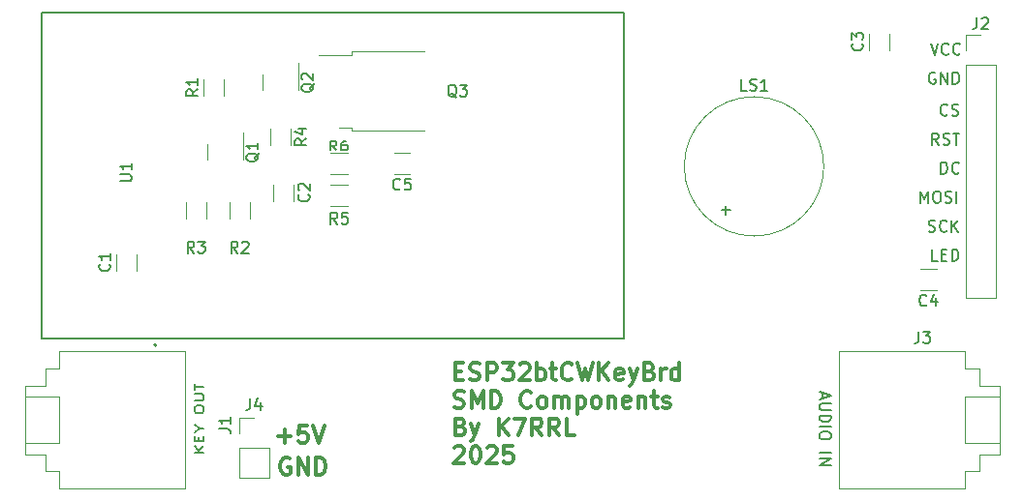
<source format=gbr>
%TF.GenerationSoftware,KiCad,Pcbnew,7.0.9*%
%TF.CreationDate,2024-12-25T11:05:57-08:00*%
%TF.ProjectId,ESP32btCWKeyBrd_Kicad Files,45535033-3262-4744-9357-4b6579427264,rev?*%
%TF.SameCoordinates,Original*%
%TF.FileFunction,Legend,Top*%
%TF.FilePolarity,Positive*%
%FSLAX46Y46*%
G04 Gerber Fmt 4.6, Leading zero omitted, Abs format (unit mm)*
G04 Created by KiCad (PCBNEW 7.0.9) date 2024-12-25 11:05:57*
%MOMM*%
%LPD*%
G01*
G04 APERTURE LIST*
%ADD10C,0.150000*%
%ADD11C,0.300000*%
%ADD12C,0.120000*%
%ADD13C,0.127000*%
%ADD14C,0.200000*%
G04 APERTURE END LIST*
D10*
X170977160Y-90500200D02*
X171120017Y-90547819D01*
X171120017Y-90547819D02*
X171358112Y-90547819D01*
X171358112Y-90547819D02*
X171453350Y-90500200D01*
X171453350Y-90500200D02*
X171500969Y-90452580D01*
X171500969Y-90452580D02*
X171548588Y-90357342D01*
X171548588Y-90357342D02*
X171548588Y-90262104D01*
X171548588Y-90262104D02*
X171500969Y-90166866D01*
X171500969Y-90166866D02*
X171453350Y-90119247D01*
X171453350Y-90119247D02*
X171358112Y-90071628D01*
X171358112Y-90071628D02*
X171167636Y-90024009D01*
X171167636Y-90024009D02*
X171072398Y-89976390D01*
X171072398Y-89976390D02*
X171024779Y-89928771D01*
X171024779Y-89928771D02*
X170977160Y-89833533D01*
X170977160Y-89833533D02*
X170977160Y-89738295D01*
X170977160Y-89738295D02*
X171024779Y-89643057D01*
X171024779Y-89643057D02*
X171072398Y-89595438D01*
X171072398Y-89595438D02*
X171167636Y-89547819D01*
X171167636Y-89547819D02*
X171405731Y-89547819D01*
X171405731Y-89547819D02*
X171548588Y-89595438D01*
X172548588Y-90452580D02*
X172500969Y-90500200D01*
X172500969Y-90500200D02*
X172358112Y-90547819D01*
X172358112Y-90547819D02*
X172262874Y-90547819D01*
X172262874Y-90547819D02*
X172120017Y-90500200D01*
X172120017Y-90500200D02*
X172024779Y-90404961D01*
X172024779Y-90404961D02*
X171977160Y-90309723D01*
X171977160Y-90309723D02*
X171929541Y-90119247D01*
X171929541Y-90119247D02*
X171929541Y-89976390D01*
X171929541Y-89976390D02*
X171977160Y-89785914D01*
X171977160Y-89785914D02*
X172024779Y-89690676D01*
X172024779Y-89690676D02*
X172120017Y-89595438D01*
X172120017Y-89595438D02*
X172262874Y-89547819D01*
X172262874Y-89547819D02*
X172358112Y-89547819D01*
X172358112Y-89547819D02*
X172500969Y-89595438D01*
X172500969Y-89595438D02*
X172548588Y-89643057D01*
X172977160Y-90547819D02*
X172977160Y-89547819D01*
X173548588Y-90547819D02*
X173120017Y-89976390D01*
X173548588Y-89547819D02*
X172977160Y-90119247D01*
X172612207Y-80292580D02*
X172564588Y-80340200D01*
X172564588Y-80340200D02*
X172421731Y-80387819D01*
X172421731Y-80387819D02*
X172326493Y-80387819D01*
X172326493Y-80387819D02*
X172183636Y-80340200D01*
X172183636Y-80340200D02*
X172088398Y-80244961D01*
X172088398Y-80244961D02*
X172040779Y-80149723D01*
X172040779Y-80149723D02*
X171993160Y-79959247D01*
X171993160Y-79959247D02*
X171993160Y-79816390D01*
X171993160Y-79816390D02*
X172040779Y-79625914D01*
X172040779Y-79625914D02*
X172088398Y-79530676D01*
X172088398Y-79530676D02*
X172183636Y-79435438D01*
X172183636Y-79435438D02*
X172326493Y-79387819D01*
X172326493Y-79387819D02*
X172421731Y-79387819D01*
X172421731Y-79387819D02*
X172564588Y-79435438D01*
X172564588Y-79435438D02*
X172612207Y-79483057D01*
X172993160Y-80340200D02*
X173136017Y-80387819D01*
X173136017Y-80387819D02*
X173374112Y-80387819D01*
X173374112Y-80387819D02*
X173469350Y-80340200D01*
X173469350Y-80340200D02*
X173516969Y-80292580D01*
X173516969Y-80292580D02*
X173564588Y-80197342D01*
X173564588Y-80197342D02*
X173564588Y-80102104D01*
X173564588Y-80102104D02*
X173516969Y-80006866D01*
X173516969Y-80006866D02*
X173469350Y-79959247D01*
X173469350Y-79959247D02*
X173374112Y-79911628D01*
X173374112Y-79911628D02*
X173183636Y-79864009D01*
X173183636Y-79864009D02*
X173088398Y-79816390D01*
X173088398Y-79816390D02*
X173040779Y-79768771D01*
X173040779Y-79768771D02*
X172993160Y-79673533D01*
X172993160Y-79673533D02*
X172993160Y-79578295D01*
X172993160Y-79578295D02*
X173040779Y-79483057D01*
X173040779Y-79483057D02*
X173088398Y-79435438D01*
X173088398Y-79435438D02*
X173183636Y-79387819D01*
X173183636Y-79387819D02*
X173421731Y-79387819D01*
X173421731Y-79387819D02*
X173564588Y-79435438D01*
D11*
X114092510Y-108449400D02*
X115235368Y-108449400D01*
X114663939Y-109020828D02*
X114663939Y-107877971D01*
X116663939Y-107520828D02*
X115949653Y-107520828D01*
X115949653Y-107520828D02*
X115878225Y-108235114D01*
X115878225Y-108235114D02*
X115949653Y-108163685D01*
X115949653Y-108163685D02*
X116092511Y-108092257D01*
X116092511Y-108092257D02*
X116449653Y-108092257D01*
X116449653Y-108092257D02*
X116592511Y-108163685D01*
X116592511Y-108163685D02*
X116663939Y-108235114D01*
X116663939Y-108235114D02*
X116735368Y-108377971D01*
X116735368Y-108377971D02*
X116735368Y-108735114D01*
X116735368Y-108735114D02*
X116663939Y-108877971D01*
X116663939Y-108877971D02*
X116592511Y-108949400D01*
X116592511Y-108949400D02*
X116449653Y-109020828D01*
X116449653Y-109020828D02*
X116092511Y-109020828D01*
X116092511Y-109020828D02*
X115949653Y-108949400D01*
X115949653Y-108949400D02*
X115878225Y-108877971D01*
X117163939Y-107520828D02*
X117663939Y-109020828D01*
X117663939Y-109020828D02*
X118163939Y-107520828D01*
D10*
X161705895Y-104683160D02*
X161705895Y-105159350D01*
X161420180Y-104587922D02*
X162420180Y-104921255D01*
X162420180Y-104921255D02*
X161420180Y-105254588D01*
X162420180Y-105587922D02*
X161610657Y-105587922D01*
X161610657Y-105587922D02*
X161515419Y-105635541D01*
X161515419Y-105635541D02*
X161467800Y-105683160D01*
X161467800Y-105683160D02*
X161420180Y-105778398D01*
X161420180Y-105778398D02*
X161420180Y-105968874D01*
X161420180Y-105968874D02*
X161467800Y-106064112D01*
X161467800Y-106064112D02*
X161515419Y-106111731D01*
X161515419Y-106111731D02*
X161610657Y-106159350D01*
X161610657Y-106159350D02*
X162420180Y-106159350D01*
X161420180Y-106635541D02*
X162420180Y-106635541D01*
X162420180Y-106635541D02*
X162420180Y-106873636D01*
X162420180Y-106873636D02*
X162372561Y-107016493D01*
X162372561Y-107016493D02*
X162277323Y-107111731D01*
X162277323Y-107111731D02*
X162182085Y-107159350D01*
X162182085Y-107159350D02*
X161991609Y-107206969D01*
X161991609Y-107206969D02*
X161848752Y-107206969D01*
X161848752Y-107206969D02*
X161658276Y-107159350D01*
X161658276Y-107159350D02*
X161563038Y-107111731D01*
X161563038Y-107111731D02*
X161467800Y-107016493D01*
X161467800Y-107016493D02*
X161420180Y-106873636D01*
X161420180Y-106873636D02*
X161420180Y-106635541D01*
X161420180Y-107635541D02*
X162420180Y-107635541D01*
X162420180Y-108302207D02*
X162420180Y-108492683D01*
X162420180Y-108492683D02*
X162372561Y-108587921D01*
X162372561Y-108587921D02*
X162277323Y-108683159D01*
X162277323Y-108683159D02*
X162086847Y-108730778D01*
X162086847Y-108730778D02*
X161753514Y-108730778D01*
X161753514Y-108730778D02*
X161563038Y-108683159D01*
X161563038Y-108683159D02*
X161467800Y-108587921D01*
X161467800Y-108587921D02*
X161420180Y-108492683D01*
X161420180Y-108492683D02*
X161420180Y-108302207D01*
X161420180Y-108302207D02*
X161467800Y-108206969D01*
X161467800Y-108206969D02*
X161563038Y-108111731D01*
X161563038Y-108111731D02*
X161753514Y-108064112D01*
X161753514Y-108064112D02*
X162086847Y-108064112D01*
X162086847Y-108064112D02*
X162277323Y-108111731D01*
X162277323Y-108111731D02*
X162372561Y-108206969D01*
X162372561Y-108206969D02*
X162420180Y-108302207D01*
X161420180Y-109921255D02*
X162420180Y-109921255D01*
X161420180Y-110397445D02*
X162420180Y-110397445D01*
X162420180Y-110397445D02*
X161420180Y-110968873D01*
X161420180Y-110968873D02*
X162420180Y-110968873D01*
D11*
X129586510Y-102768114D02*
X130086510Y-102768114D01*
X130300796Y-103553828D02*
X129586510Y-103553828D01*
X129586510Y-103553828D02*
X129586510Y-102053828D01*
X129586510Y-102053828D02*
X130300796Y-102053828D01*
X130872225Y-103482400D02*
X131086511Y-103553828D01*
X131086511Y-103553828D02*
X131443653Y-103553828D01*
X131443653Y-103553828D02*
X131586511Y-103482400D01*
X131586511Y-103482400D02*
X131657939Y-103410971D01*
X131657939Y-103410971D02*
X131729368Y-103268114D01*
X131729368Y-103268114D02*
X131729368Y-103125257D01*
X131729368Y-103125257D02*
X131657939Y-102982400D01*
X131657939Y-102982400D02*
X131586511Y-102910971D01*
X131586511Y-102910971D02*
X131443653Y-102839542D01*
X131443653Y-102839542D02*
X131157939Y-102768114D01*
X131157939Y-102768114D02*
X131015082Y-102696685D01*
X131015082Y-102696685D02*
X130943653Y-102625257D01*
X130943653Y-102625257D02*
X130872225Y-102482400D01*
X130872225Y-102482400D02*
X130872225Y-102339542D01*
X130872225Y-102339542D02*
X130943653Y-102196685D01*
X130943653Y-102196685D02*
X131015082Y-102125257D01*
X131015082Y-102125257D02*
X131157939Y-102053828D01*
X131157939Y-102053828D02*
X131515082Y-102053828D01*
X131515082Y-102053828D02*
X131729368Y-102125257D01*
X132372224Y-103553828D02*
X132372224Y-102053828D01*
X132372224Y-102053828D02*
X132943653Y-102053828D01*
X132943653Y-102053828D02*
X133086510Y-102125257D01*
X133086510Y-102125257D02*
X133157939Y-102196685D01*
X133157939Y-102196685D02*
X133229367Y-102339542D01*
X133229367Y-102339542D02*
X133229367Y-102553828D01*
X133229367Y-102553828D02*
X133157939Y-102696685D01*
X133157939Y-102696685D02*
X133086510Y-102768114D01*
X133086510Y-102768114D02*
X132943653Y-102839542D01*
X132943653Y-102839542D02*
X132372224Y-102839542D01*
X133729367Y-102053828D02*
X134657939Y-102053828D01*
X134657939Y-102053828D02*
X134157939Y-102625257D01*
X134157939Y-102625257D02*
X134372224Y-102625257D01*
X134372224Y-102625257D02*
X134515082Y-102696685D01*
X134515082Y-102696685D02*
X134586510Y-102768114D01*
X134586510Y-102768114D02*
X134657939Y-102910971D01*
X134657939Y-102910971D02*
X134657939Y-103268114D01*
X134657939Y-103268114D02*
X134586510Y-103410971D01*
X134586510Y-103410971D02*
X134515082Y-103482400D01*
X134515082Y-103482400D02*
X134372224Y-103553828D01*
X134372224Y-103553828D02*
X133943653Y-103553828D01*
X133943653Y-103553828D02*
X133800796Y-103482400D01*
X133800796Y-103482400D02*
X133729367Y-103410971D01*
X135229367Y-102196685D02*
X135300795Y-102125257D01*
X135300795Y-102125257D02*
X135443653Y-102053828D01*
X135443653Y-102053828D02*
X135800795Y-102053828D01*
X135800795Y-102053828D02*
X135943653Y-102125257D01*
X135943653Y-102125257D02*
X136015081Y-102196685D01*
X136015081Y-102196685D02*
X136086510Y-102339542D01*
X136086510Y-102339542D02*
X136086510Y-102482400D01*
X136086510Y-102482400D02*
X136015081Y-102696685D01*
X136015081Y-102696685D02*
X135157938Y-103553828D01*
X135157938Y-103553828D02*
X136086510Y-103553828D01*
X136729366Y-103553828D02*
X136729366Y-102053828D01*
X136729366Y-102625257D02*
X136872224Y-102553828D01*
X136872224Y-102553828D02*
X137157938Y-102553828D01*
X137157938Y-102553828D02*
X137300795Y-102625257D01*
X137300795Y-102625257D02*
X137372224Y-102696685D01*
X137372224Y-102696685D02*
X137443652Y-102839542D01*
X137443652Y-102839542D02*
X137443652Y-103268114D01*
X137443652Y-103268114D02*
X137372224Y-103410971D01*
X137372224Y-103410971D02*
X137300795Y-103482400D01*
X137300795Y-103482400D02*
X137157938Y-103553828D01*
X137157938Y-103553828D02*
X136872224Y-103553828D01*
X136872224Y-103553828D02*
X136729366Y-103482400D01*
X137872224Y-102553828D02*
X138443652Y-102553828D01*
X138086509Y-102053828D02*
X138086509Y-103339542D01*
X138086509Y-103339542D02*
X138157938Y-103482400D01*
X138157938Y-103482400D02*
X138300795Y-103553828D01*
X138300795Y-103553828D02*
X138443652Y-103553828D01*
X139800795Y-103410971D02*
X139729367Y-103482400D01*
X139729367Y-103482400D02*
X139515081Y-103553828D01*
X139515081Y-103553828D02*
X139372224Y-103553828D01*
X139372224Y-103553828D02*
X139157938Y-103482400D01*
X139157938Y-103482400D02*
X139015081Y-103339542D01*
X139015081Y-103339542D02*
X138943652Y-103196685D01*
X138943652Y-103196685D02*
X138872224Y-102910971D01*
X138872224Y-102910971D02*
X138872224Y-102696685D01*
X138872224Y-102696685D02*
X138943652Y-102410971D01*
X138943652Y-102410971D02*
X139015081Y-102268114D01*
X139015081Y-102268114D02*
X139157938Y-102125257D01*
X139157938Y-102125257D02*
X139372224Y-102053828D01*
X139372224Y-102053828D02*
X139515081Y-102053828D01*
X139515081Y-102053828D02*
X139729367Y-102125257D01*
X139729367Y-102125257D02*
X139800795Y-102196685D01*
X140300795Y-102053828D02*
X140657938Y-103553828D01*
X140657938Y-103553828D02*
X140943652Y-102482400D01*
X140943652Y-102482400D02*
X141229367Y-103553828D01*
X141229367Y-103553828D02*
X141586510Y-102053828D01*
X142157938Y-103553828D02*
X142157938Y-102053828D01*
X143015081Y-103553828D02*
X142372224Y-102696685D01*
X143015081Y-102053828D02*
X142157938Y-102910971D01*
X144229367Y-103482400D02*
X144086510Y-103553828D01*
X144086510Y-103553828D02*
X143800796Y-103553828D01*
X143800796Y-103553828D02*
X143657938Y-103482400D01*
X143657938Y-103482400D02*
X143586510Y-103339542D01*
X143586510Y-103339542D02*
X143586510Y-102768114D01*
X143586510Y-102768114D02*
X143657938Y-102625257D01*
X143657938Y-102625257D02*
X143800796Y-102553828D01*
X143800796Y-102553828D02*
X144086510Y-102553828D01*
X144086510Y-102553828D02*
X144229367Y-102625257D01*
X144229367Y-102625257D02*
X144300796Y-102768114D01*
X144300796Y-102768114D02*
X144300796Y-102910971D01*
X144300796Y-102910971D02*
X143586510Y-103053828D01*
X144800795Y-102553828D02*
X145157938Y-103553828D01*
X145515081Y-102553828D02*
X145157938Y-103553828D01*
X145157938Y-103553828D02*
X145015081Y-103910971D01*
X145015081Y-103910971D02*
X144943652Y-103982400D01*
X144943652Y-103982400D02*
X144800795Y-104053828D01*
X146586509Y-102768114D02*
X146800795Y-102839542D01*
X146800795Y-102839542D02*
X146872224Y-102910971D01*
X146872224Y-102910971D02*
X146943652Y-103053828D01*
X146943652Y-103053828D02*
X146943652Y-103268114D01*
X146943652Y-103268114D02*
X146872224Y-103410971D01*
X146872224Y-103410971D02*
X146800795Y-103482400D01*
X146800795Y-103482400D02*
X146657938Y-103553828D01*
X146657938Y-103553828D02*
X146086509Y-103553828D01*
X146086509Y-103553828D02*
X146086509Y-102053828D01*
X146086509Y-102053828D02*
X146586509Y-102053828D01*
X146586509Y-102053828D02*
X146729367Y-102125257D01*
X146729367Y-102125257D02*
X146800795Y-102196685D01*
X146800795Y-102196685D02*
X146872224Y-102339542D01*
X146872224Y-102339542D02*
X146872224Y-102482400D01*
X146872224Y-102482400D02*
X146800795Y-102625257D01*
X146800795Y-102625257D02*
X146729367Y-102696685D01*
X146729367Y-102696685D02*
X146586509Y-102768114D01*
X146586509Y-102768114D02*
X146086509Y-102768114D01*
X147586509Y-103553828D02*
X147586509Y-102553828D01*
X147586509Y-102839542D02*
X147657938Y-102696685D01*
X147657938Y-102696685D02*
X147729367Y-102625257D01*
X147729367Y-102625257D02*
X147872224Y-102553828D01*
X147872224Y-102553828D02*
X148015081Y-102553828D01*
X149157938Y-103553828D02*
X149157938Y-102053828D01*
X149157938Y-103482400D02*
X149015080Y-103553828D01*
X149015080Y-103553828D02*
X148729366Y-103553828D01*
X148729366Y-103553828D02*
X148586509Y-103482400D01*
X148586509Y-103482400D02*
X148515080Y-103410971D01*
X148515080Y-103410971D02*
X148443652Y-103268114D01*
X148443652Y-103268114D02*
X148443652Y-102839542D01*
X148443652Y-102839542D02*
X148515080Y-102696685D01*
X148515080Y-102696685D02*
X148586509Y-102625257D01*
X148586509Y-102625257D02*
X148729366Y-102553828D01*
X148729366Y-102553828D02*
X149015080Y-102553828D01*
X149015080Y-102553828D02*
X149157938Y-102625257D01*
X129515082Y-105897400D02*
X129729368Y-105968828D01*
X129729368Y-105968828D02*
X130086510Y-105968828D01*
X130086510Y-105968828D02*
X130229368Y-105897400D01*
X130229368Y-105897400D02*
X130300796Y-105825971D01*
X130300796Y-105825971D02*
X130372225Y-105683114D01*
X130372225Y-105683114D02*
X130372225Y-105540257D01*
X130372225Y-105540257D02*
X130300796Y-105397400D01*
X130300796Y-105397400D02*
X130229368Y-105325971D01*
X130229368Y-105325971D02*
X130086510Y-105254542D01*
X130086510Y-105254542D02*
X129800796Y-105183114D01*
X129800796Y-105183114D02*
X129657939Y-105111685D01*
X129657939Y-105111685D02*
X129586510Y-105040257D01*
X129586510Y-105040257D02*
X129515082Y-104897400D01*
X129515082Y-104897400D02*
X129515082Y-104754542D01*
X129515082Y-104754542D02*
X129586510Y-104611685D01*
X129586510Y-104611685D02*
X129657939Y-104540257D01*
X129657939Y-104540257D02*
X129800796Y-104468828D01*
X129800796Y-104468828D02*
X130157939Y-104468828D01*
X130157939Y-104468828D02*
X130372225Y-104540257D01*
X131015081Y-105968828D02*
X131015081Y-104468828D01*
X131015081Y-104468828D02*
X131515081Y-105540257D01*
X131515081Y-105540257D02*
X132015081Y-104468828D01*
X132015081Y-104468828D02*
X132015081Y-105968828D01*
X132729367Y-105968828D02*
X132729367Y-104468828D01*
X132729367Y-104468828D02*
X133086510Y-104468828D01*
X133086510Y-104468828D02*
X133300796Y-104540257D01*
X133300796Y-104540257D02*
X133443653Y-104683114D01*
X133443653Y-104683114D02*
X133515082Y-104825971D01*
X133515082Y-104825971D02*
X133586510Y-105111685D01*
X133586510Y-105111685D02*
X133586510Y-105325971D01*
X133586510Y-105325971D02*
X133515082Y-105611685D01*
X133515082Y-105611685D02*
X133443653Y-105754542D01*
X133443653Y-105754542D02*
X133300796Y-105897400D01*
X133300796Y-105897400D02*
X133086510Y-105968828D01*
X133086510Y-105968828D02*
X132729367Y-105968828D01*
X136229367Y-105825971D02*
X136157939Y-105897400D01*
X136157939Y-105897400D02*
X135943653Y-105968828D01*
X135943653Y-105968828D02*
X135800796Y-105968828D01*
X135800796Y-105968828D02*
X135586510Y-105897400D01*
X135586510Y-105897400D02*
X135443653Y-105754542D01*
X135443653Y-105754542D02*
X135372224Y-105611685D01*
X135372224Y-105611685D02*
X135300796Y-105325971D01*
X135300796Y-105325971D02*
X135300796Y-105111685D01*
X135300796Y-105111685D02*
X135372224Y-104825971D01*
X135372224Y-104825971D02*
X135443653Y-104683114D01*
X135443653Y-104683114D02*
X135586510Y-104540257D01*
X135586510Y-104540257D02*
X135800796Y-104468828D01*
X135800796Y-104468828D02*
X135943653Y-104468828D01*
X135943653Y-104468828D02*
X136157939Y-104540257D01*
X136157939Y-104540257D02*
X136229367Y-104611685D01*
X137086510Y-105968828D02*
X136943653Y-105897400D01*
X136943653Y-105897400D02*
X136872224Y-105825971D01*
X136872224Y-105825971D02*
X136800796Y-105683114D01*
X136800796Y-105683114D02*
X136800796Y-105254542D01*
X136800796Y-105254542D02*
X136872224Y-105111685D01*
X136872224Y-105111685D02*
X136943653Y-105040257D01*
X136943653Y-105040257D02*
X137086510Y-104968828D01*
X137086510Y-104968828D02*
X137300796Y-104968828D01*
X137300796Y-104968828D02*
X137443653Y-105040257D01*
X137443653Y-105040257D02*
X137515082Y-105111685D01*
X137515082Y-105111685D02*
X137586510Y-105254542D01*
X137586510Y-105254542D02*
X137586510Y-105683114D01*
X137586510Y-105683114D02*
X137515082Y-105825971D01*
X137515082Y-105825971D02*
X137443653Y-105897400D01*
X137443653Y-105897400D02*
X137300796Y-105968828D01*
X137300796Y-105968828D02*
X137086510Y-105968828D01*
X138229367Y-105968828D02*
X138229367Y-104968828D01*
X138229367Y-105111685D02*
X138300796Y-105040257D01*
X138300796Y-105040257D02*
X138443653Y-104968828D01*
X138443653Y-104968828D02*
X138657939Y-104968828D01*
X138657939Y-104968828D02*
X138800796Y-105040257D01*
X138800796Y-105040257D02*
X138872225Y-105183114D01*
X138872225Y-105183114D02*
X138872225Y-105968828D01*
X138872225Y-105183114D02*
X138943653Y-105040257D01*
X138943653Y-105040257D02*
X139086510Y-104968828D01*
X139086510Y-104968828D02*
X139300796Y-104968828D01*
X139300796Y-104968828D02*
X139443653Y-105040257D01*
X139443653Y-105040257D02*
X139515082Y-105183114D01*
X139515082Y-105183114D02*
X139515082Y-105968828D01*
X140229367Y-104968828D02*
X140229367Y-106468828D01*
X140229367Y-105040257D02*
X140372225Y-104968828D01*
X140372225Y-104968828D02*
X140657939Y-104968828D01*
X140657939Y-104968828D02*
X140800796Y-105040257D01*
X140800796Y-105040257D02*
X140872225Y-105111685D01*
X140872225Y-105111685D02*
X140943653Y-105254542D01*
X140943653Y-105254542D02*
X140943653Y-105683114D01*
X140943653Y-105683114D02*
X140872225Y-105825971D01*
X140872225Y-105825971D02*
X140800796Y-105897400D01*
X140800796Y-105897400D02*
X140657939Y-105968828D01*
X140657939Y-105968828D02*
X140372225Y-105968828D01*
X140372225Y-105968828D02*
X140229367Y-105897400D01*
X141800796Y-105968828D02*
X141657939Y-105897400D01*
X141657939Y-105897400D02*
X141586510Y-105825971D01*
X141586510Y-105825971D02*
X141515082Y-105683114D01*
X141515082Y-105683114D02*
X141515082Y-105254542D01*
X141515082Y-105254542D02*
X141586510Y-105111685D01*
X141586510Y-105111685D02*
X141657939Y-105040257D01*
X141657939Y-105040257D02*
X141800796Y-104968828D01*
X141800796Y-104968828D02*
X142015082Y-104968828D01*
X142015082Y-104968828D02*
X142157939Y-105040257D01*
X142157939Y-105040257D02*
X142229368Y-105111685D01*
X142229368Y-105111685D02*
X142300796Y-105254542D01*
X142300796Y-105254542D02*
X142300796Y-105683114D01*
X142300796Y-105683114D02*
X142229368Y-105825971D01*
X142229368Y-105825971D02*
X142157939Y-105897400D01*
X142157939Y-105897400D02*
X142015082Y-105968828D01*
X142015082Y-105968828D02*
X141800796Y-105968828D01*
X142943653Y-104968828D02*
X142943653Y-105968828D01*
X142943653Y-105111685D02*
X143015082Y-105040257D01*
X143015082Y-105040257D02*
X143157939Y-104968828D01*
X143157939Y-104968828D02*
X143372225Y-104968828D01*
X143372225Y-104968828D02*
X143515082Y-105040257D01*
X143515082Y-105040257D02*
X143586511Y-105183114D01*
X143586511Y-105183114D02*
X143586511Y-105968828D01*
X144872225Y-105897400D02*
X144729368Y-105968828D01*
X144729368Y-105968828D02*
X144443654Y-105968828D01*
X144443654Y-105968828D02*
X144300796Y-105897400D01*
X144300796Y-105897400D02*
X144229368Y-105754542D01*
X144229368Y-105754542D02*
X144229368Y-105183114D01*
X144229368Y-105183114D02*
X144300796Y-105040257D01*
X144300796Y-105040257D02*
X144443654Y-104968828D01*
X144443654Y-104968828D02*
X144729368Y-104968828D01*
X144729368Y-104968828D02*
X144872225Y-105040257D01*
X144872225Y-105040257D02*
X144943654Y-105183114D01*
X144943654Y-105183114D02*
X144943654Y-105325971D01*
X144943654Y-105325971D02*
X144229368Y-105468828D01*
X145586510Y-104968828D02*
X145586510Y-105968828D01*
X145586510Y-105111685D02*
X145657939Y-105040257D01*
X145657939Y-105040257D02*
X145800796Y-104968828D01*
X145800796Y-104968828D02*
X146015082Y-104968828D01*
X146015082Y-104968828D02*
X146157939Y-105040257D01*
X146157939Y-105040257D02*
X146229368Y-105183114D01*
X146229368Y-105183114D02*
X146229368Y-105968828D01*
X146729368Y-104968828D02*
X147300796Y-104968828D01*
X146943653Y-104468828D02*
X146943653Y-105754542D01*
X146943653Y-105754542D02*
X147015082Y-105897400D01*
X147015082Y-105897400D02*
X147157939Y-105968828D01*
X147157939Y-105968828D02*
X147300796Y-105968828D01*
X147729368Y-105897400D02*
X147872225Y-105968828D01*
X147872225Y-105968828D02*
X148157939Y-105968828D01*
X148157939Y-105968828D02*
X148300796Y-105897400D01*
X148300796Y-105897400D02*
X148372225Y-105754542D01*
X148372225Y-105754542D02*
X148372225Y-105683114D01*
X148372225Y-105683114D02*
X148300796Y-105540257D01*
X148300796Y-105540257D02*
X148157939Y-105468828D01*
X148157939Y-105468828D02*
X147943654Y-105468828D01*
X147943654Y-105468828D02*
X147800796Y-105397400D01*
X147800796Y-105397400D02*
X147729368Y-105254542D01*
X147729368Y-105254542D02*
X147729368Y-105183114D01*
X147729368Y-105183114D02*
X147800796Y-105040257D01*
X147800796Y-105040257D02*
X147943654Y-104968828D01*
X147943654Y-104968828D02*
X148157939Y-104968828D01*
X148157939Y-104968828D02*
X148300796Y-105040257D01*
X130086510Y-107598114D02*
X130300796Y-107669542D01*
X130300796Y-107669542D02*
X130372225Y-107740971D01*
X130372225Y-107740971D02*
X130443653Y-107883828D01*
X130443653Y-107883828D02*
X130443653Y-108098114D01*
X130443653Y-108098114D02*
X130372225Y-108240971D01*
X130372225Y-108240971D02*
X130300796Y-108312400D01*
X130300796Y-108312400D02*
X130157939Y-108383828D01*
X130157939Y-108383828D02*
X129586510Y-108383828D01*
X129586510Y-108383828D02*
X129586510Y-106883828D01*
X129586510Y-106883828D02*
X130086510Y-106883828D01*
X130086510Y-106883828D02*
X130229368Y-106955257D01*
X130229368Y-106955257D02*
X130300796Y-107026685D01*
X130300796Y-107026685D02*
X130372225Y-107169542D01*
X130372225Y-107169542D02*
X130372225Y-107312400D01*
X130372225Y-107312400D02*
X130300796Y-107455257D01*
X130300796Y-107455257D02*
X130229368Y-107526685D01*
X130229368Y-107526685D02*
X130086510Y-107598114D01*
X130086510Y-107598114D02*
X129586510Y-107598114D01*
X130943653Y-107383828D02*
X131300796Y-108383828D01*
X131657939Y-107383828D02*
X131300796Y-108383828D01*
X131300796Y-108383828D02*
X131157939Y-108740971D01*
X131157939Y-108740971D02*
X131086510Y-108812400D01*
X131086510Y-108812400D02*
X130943653Y-108883828D01*
X133372224Y-108383828D02*
X133372224Y-106883828D01*
X134229367Y-108383828D02*
X133586510Y-107526685D01*
X134229367Y-106883828D02*
X133372224Y-107740971D01*
X134729367Y-106883828D02*
X135729367Y-106883828D01*
X135729367Y-106883828D02*
X135086510Y-108383828D01*
X137157938Y-108383828D02*
X136657938Y-107669542D01*
X136300795Y-108383828D02*
X136300795Y-106883828D01*
X136300795Y-106883828D02*
X136872224Y-106883828D01*
X136872224Y-106883828D02*
X137015081Y-106955257D01*
X137015081Y-106955257D02*
X137086510Y-107026685D01*
X137086510Y-107026685D02*
X137157938Y-107169542D01*
X137157938Y-107169542D02*
X137157938Y-107383828D01*
X137157938Y-107383828D02*
X137086510Y-107526685D01*
X137086510Y-107526685D02*
X137015081Y-107598114D01*
X137015081Y-107598114D02*
X136872224Y-107669542D01*
X136872224Y-107669542D02*
X136300795Y-107669542D01*
X138657938Y-108383828D02*
X138157938Y-107669542D01*
X137800795Y-108383828D02*
X137800795Y-106883828D01*
X137800795Y-106883828D02*
X138372224Y-106883828D01*
X138372224Y-106883828D02*
X138515081Y-106955257D01*
X138515081Y-106955257D02*
X138586510Y-107026685D01*
X138586510Y-107026685D02*
X138657938Y-107169542D01*
X138657938Y-107169542D02*
X138657938Y-107383828D01*
X138657938Y-107383828D02*
X138586510Y-107526685D01*
X138586510Y-107526685D02*
X138515081Y-107598114D01*
X138515081Y-107598114D02*
X138372224Y-107669542D01*
X138372224Y-107669542D02*
X137800795Y-107669542D01*
X140015081Y-108383828D02*
X139300795Y-108383828D01*
X139300795Y-108383828D02*
X139300795Y-106883828D01*
X129515082Y-109441685D02*
X129586510Y-109370257D01*
X129586510Y-109370257D02*
X129729368Y-109298828D01*
X129729368Y-109298828D02*
X130086510Y-109298828D01*
X130086510Y-109298828D02*
X130229368Y-109370257D01*
X130229368Y-109370257D02*
X130300796Y-109441685D01*
X130300796Y-109441685D02*
X130372225Y-109584542D01*
X130372225Y-109584542D02*
X130372225Y-109727400D01*
X130372225Y-109727400D02*
X130300796Y-109941685D01*
X130300796Y-109941685D02*
X129443653Y-110798828D01*
X129443653Y-110798828D02*
X130372225Y-110798828D01*
X131300796Y-109298828D02*
X131443653Y-109298828D01*
X131443653Y-109298828D02*
X131586510Y-109370257D01*
X131586510Y-109370257D02*
X131657939Y-109441685D01*
X131657939Y-109441685D02*
X131729367Y-109584542D01*
X131729367Y-109584542D02*
X131800796Y-109870257D01*
X131800796Y-109870257D02*
X131800796Y-110227400D01*
X131800796Y-110227400D02*
X131729367Y-110513114D01*
X131729367Y-110513114D02*
X131657939Y-110655971D01*
X131657939Y-110655971D02*
X131586510Y-110727400D01*
X131586510Y-110727400D02*
X131443653Y-110798828D01*
X131443653Y-110798828D02*
X131300796Y-110798828D01*
X131300796Y-110798828D02*
X131157939Y-110727400D01*
X131157939Y-110727400D02*
X131086510Y-110655971D01*
X131086510Y-110655971D02*
X131015081Y-110513114D01*
X131015081Y-110513114D02*
X130943653Y-110227400D01*
X130943653Y-110227400D02*
X130943653Y-109870257D01*
X130943653Y-109870257D02*
X131015081Y-109584542D01*
X131015081Y-109584542D02*
X131086510Y-109441685D01*
X131086510Y-109441685D02*
X131157939Y-109370257D01*
X131157939Y-109370257D02*
X131300796Y-109298828D01*
X132372224Y-109441685D02*
X132443652Y-109370257D01*
X132443652Y-109370257D02*
X132586510Y-109298828D01*
X132586510Y-109298828D02*
X132943652Y-109298828D01*
X132943652Y-109298828D02*
X133086510Y-109370257D01*
X133086510Y-109370257D02*
X133157938Y-109441685D01*
X133157938Y-109441685D02*
X133229367Y-109584542D01*
X133229367Y-109584542D02*
X133229367Y-109727400D01*
X133229367Y-109727400D02*
X133157938Y-109941685D01*
X133157938Y-109941685D02*
X132300795Y-110798828D01*
X132300795Y-110798828D02*
X133229367Y-110798828D01*
X134586509Y-109298828D02*
X133872223Y-109298828D01*
X133872223Y-109298828D02*
X133800795Y-110013114D01*
X133800795Y-110013114D02*
X133872223Y-109941685D01*
X133872223Y-109941685D02*
X134015081Y-109870257D01*
X134015081Y-109870257D02*
X134372223Y-109870257D01*
X134372223Y-109870257D02*
X134515081Y-109941685D01*
X134515081Y-109941685D02*
X134586509Y-110013114D01*
X134586509Y-110013114D02*
X134657938Y-110155971D01*
X134657938Y-110155971D02*
X134657938Y-110513114D01*
X134657938Y-110513114D02*
X134586509Y-110655971D01*
X134586509Y-110655971D02*
X134515081Y-110727400D01*
X134515081Y-110727400D02*
X134372223Y-110798828D01*
X134372223Y-110798828D02*
X134015081Y-110798828D01*
X134015081Y-110798828D02*
X133872223Y-110727400D01*
X133872223Y-110727400D02*
X133800795Y-110655971D01*
D10*
X171754969Y-93087819D02*
X171278779Y-93087819D01*
X171278779Y-93087819D02*
X171278779Y-92087819D01*
X172088303Y-92564009D02*
X172421636Y-92564009D01*
X172564493Y-93087819D02*
X172088303Y-93087819D01*
X172088303Y-93087819D02*
X172088303Y-92087819D01*
X172088303Y-92087819D02*
X172564493Y-92087819D01*
X172993065Y-93087819D02*
X172993065Y-92087819D01*
X172993065Y-92087819D02*
X173231160Y-92087819D01*
X173231160Y-92087819D02*
X173374017Y-92135438D01*
X173374017Y-92135438D02*
X173469255Y-92230676D01*
X173469255Y-92230676D02*
X173516874Y-92325914D01*
X173516874Y-92325914D02*
X173564493Y-92516390D01*
X173564493Y-92516390D02*
X173564493Y-92659247D01*
X173564493Y-92659247D02*
X173516874Y-92849723D01*
X173516874Y-92849723D02*
X173469255Y-92944961D01*
X173469255Y-92944961D02*
X173374017Y-93040200D01*
X173374017Y-93040200D02*
X173231160Y-93087819D01*
X173231160Y-93087819D02*
X172993065Y-93087819D01*
X172040779Y-85467819D02*
X172040779Y-84467819D01*
X172040779Y-84467819D02*
X172278874Y-84467819D01*
X172278874Y-84467819D02*
X172421731Y-84515438D01*
X172421731Y-84515438D02*
X172516969Y-84610676D01*
X172516969Y-84610676D02*
X172564588Y-84705914D01*
X172564588Y-84705914D02*
X172612207Y-84896390D01*
X172612207Y-84896390D02*
X172612207Y-85039247D01*
X172612207Y-85039247D02*
X172564588Y-85229723D01*
X172564588Y-85229723D02*
X172516969Y-85324961D01*
X172516969Y-85324961D02*
X172421731Y-85420200D01*
X172421731Y-85420200D02*
X172278874Y-85467819D01*
X172278874Y-85467819D02*
X172040779Y-85467819D01*
X173612207Y-85372580D02*
X173564588Y-85420200D01*
X173564588Y-85420200D02*
X173421731Y-85467819D01*
X173421731Y-85467819D02*
X173326493Y-85467819D01*
X173326493Y-85467819D02*
X173183636Y-85420200D01*
X173183636Y-85420200D02*
X173088398Y-85324961D01*
X173088398Y-85324961D02*
X173040779Y-85229723D01*
X173040779Y-85229723D02*
X172993160Y-85039247D01*
X172993160Y-85039247D02*
X172993160Y-84896390D01*
X172993160Y-84896390D02*
X173040779Y-84705914D01*
X173040779Y-84705914D02*
X173088398Y-84610676D01*
X173088398Y-84610676D02*
X173183636Y-84515438D01*
X173183636Y-84515438D02*
X173326493Y-84467819D01*
X173326493Y-84467819D02*
X173421731Y-84467819D01*
X173421731Y-84467819D02*
X173564588Y-84515438D01*
X173564588Y-84515438D02*
X173612207Y-84563057D01*
X170262779Y-88007819D02*
X170262779Y-87007819D01*
X170262779Y-87007819D02*
X170596112Y-87722104D01*
X170596112Y-87722104D02*
X170929445Y-87007819D01*
X170929445Y-87007819D02*
X170929445Y-88007819D01*
X171596112Y-87007819D02*
X171786588Y-87007819D01*
X171786588Y-87007819D02*
X171881826Y-87055438D01*
X171881826Y-87055438D02*
X171977064Y-87150676D01*
X171977064Y-87150676D02*
X172024683Y-87341152D01*
X172024683Y-87341152D02*
X172024683Y-87674485D01*
X172024683Y-87674485D02*
X171977064Y-87864961D01*
X171977064Y-87864961D02*
X171881826Y-87960200D01*
X171881826Y-87960200D02*
X171786588Y-88007819D01*
X171786588Y-88007819D02*
X171596112Y-88007819D01*
X171596112Y-88007819D02*
X171500874Y-87960200D01*
X171500874Y-87960200D02*
X171405636Y-87864961D01*
X171405636Y-87864961D02*
X171358017Y-87674485D01*
X171358017Y-87674485D02*
X171358017Y-87341152D01*
X171358017Y-87341152D02*
X171405636Y-87150676D01*
X171405636Y-87150676D02*
X171500874Y-87055438D01*
X171500874Y-87055438D02*
X171596112Y-87007819D01*
X172405636Y-87960200D02*
X172548493Y-88007819D01*
X172548493Y-88007819D02*
X172786588Y-88007819D01*
X172786588Y-88007819D02*
X172881826Y-87960200D01*
X172881826Y-87960200D02*
X172929445Y-87912580D01*
X172929445Y-87912580D02*
X172977064Y-87817342D01*
X172977064Y-87817342D02*
X172977064Y-87722104D01*
X172977064Y-87722104D02*
X172929445Y-87626866D01*
X172929445Y-87626866D02*
X172881826Y-87579247D01*
X172881826Y-87579247D02*
X172786588Y-87531628D01*
X172786588Y-87531628D02*
X172596112Y-87484009D01*
X172596112Y-87484009D02*
X172500874Y-87436390D01*
X172500874Y-87436390D02*
X172453255Y-87388771D01*
X172453255Y-87388771D02*
X172405636Y-87293533D01*
X172405636Y-87293533D02*
X172405636Y-87198295D01*
X172405636Y-87198295D02*
X172453255Y-87103057D01*
X172453255Y-87103057D02*
X172500874Y-87055438D01*
X172500874Y-87055438D02*
X172596112Y-87007819D01*
X172596112Y-87007819D02*
X172834207Y-87007819D01*
X172834207Y-87007819D02*
X172977064Y-87055438D01*
X173405636Y-88007819D02*
X173405636Y-87007819D01*
D11*
X115132225Y-110386257D02*
X114989368Y-110314828D01*
X114989368Y-110314828D02*
X114775082Y-110314828D01*
X114775082Y-110314828D02*
X114560796Y-110386257D01*
X114560796Y-110386257D02*
X114417939Y-110529114D01*
X114417939Y-110529114D02*
X114346510Y-110671971D01*
X114346510Y-110671971D02*
X114275082Y-110957685D01*
X114275082Y-110957685D02*
X114275082Y-111171971D01*
X114275082Y-111171971D02*
X114346510Y-111457685D01*
X114346510Y-111457685D02*
X114417939Y-111600542D01*
X114417939Y-111600542D02*
X114560796Y-111743400D01*
X114560796Y-111743400D02*
X114775082Y-111814828D01*
X114775082Y-111814828D02*
X114917939Y-111814828D01*
X114917939Y-111814828D02*
X115132225Y-111743400D01*
X115132225Y-111743400D02*
X115203653Y-111671971D01*
X115203653Y-111671971D02*
X115203653Y-111171971D01*
X115203653Y-111171971D02*
X114917939Y-111171971D01*
X115846510Y-111814828D02*
X115846510Y-110314828D01*
X115846510Y-110314828D02*
X116703653Y-111814828D01*
X116703653Y-111814828D02*
X116703653Y-110314828D01*
X117417939Y-111814828D02*
X117417939Y-110314828D01*
X117417939Y-110314828D02*
X117775082Y-110314828D01*
X117775082Y-110314828D02*
X117989368Y-110386257D01*
X117989368Y-110386257D02*
X118132225Y-110529114D01*
X118132225Y-110529114D02*
X118203654Y-110671971D01*
X118203654Y-110671971D02*
X118275082Y-110957685D01*
X118275082Y-110957685D02*
X118275082Y-111171971D01*
X118275082Y-111171971D02*
X118203654Y-111457685D01*
X118203654Y-111457685D02*
X118132225Y-111600542D01*
X118132225Y-111600542D02*
X117989368Y-111743400D01*
X117989368Y-111743400D02*
X117775082Y-111814828D01*
X117775082Y-111814828D02*
X117417939Y-111814828D01*
D10*
X107590295Y-109899220D02*
X106790295Y-109899220D01*
X107590295Y-109327792D02*
X107133152Y-109756363D01*
X106790295Y-109327792D02*
X107247438Y-109899220D01*
X107171247Y-108899220D02*
X107171247Y-108565887D01*
X107590295Y-108423030D02*
X107590295Y-108899220D01*
X107590295Y-108899220D02*
X106790295Y-108899220D01*
X106790295Y-108899220D02*
X106790295Y-108423030D01*
X107209342Y-107803982D02*
X107590295Y-107803982D01*
X106790295Y-108137315D02*
X107209342Y-107803982D01*
X107209342Y-107803982D02*
X106790295Y-107470649D01*
X106790295Y-106184934D02*
X106790295Y-105994458D01*
X106790295Y-105994458D02*
X106828390Y-105899220D01*
X106828390Y-105899220D02*
X106904580Y-105803982D01*
X106904580Y-105803982D02*
X107056961Y-105756363D01*
X107056961Y-105756363D02*
X107323628Y-105756363D01*
X107323628Y-105756363D02*
X107476009Y-105803982D01*
X107476009Y-105803982D02*
X107552200Y-105899220D01*
X107552200Y-105899220D02*
X107590295Y-105994458D01*
X107590295Y-105994458D02*
X107590295Y-106184934D01*
X107590295Y-106184934D02*
X107552200Y-106280172D01*
X107552200Y-106280172D02*
X107476009Y-106375410D01*
X107476009Y-106375410D02*
X107323628Y-106423029D01*
X107323628Y-106423029D02*
X107056961Y-106423029D01*
X107056961Y-106423029D02*
X106904580Y-106375410D01*
X106904580Y-106375410D02*
X106828390Y-106280172D01*
X106828390Y-106280172D02*
X106790295Y-106184934D01*
X106790295Y-105327791D02*
X107437914Y-105327791D01*
X107437914Y-105327791D02*
X107514104Y-105280172D01*
X107514104Y-105280172D02*
X107552200Y-105232553D01*
X107552200Y-105232553D02*
X107590295Y-105137315D01*
X107590295Y-105137315D02*
X107590295Y-104946839D01*
X107590295Y-104946839D02*
X107552200Y-104851601D01*
X107552200Y-104851601D02*
X107514104Y-104803982D01*
X107514104Y-104803982D02*
X107437914Y-104756363D01*
X107437914Y-104756363D02*
X106790295Y-104756363D01*
X106790295Y-104423029D02*
X106790295Y-103851601D01*
X107590295Y-104137315D02*
X106790295Y-104137315D01*
X171850207Y-82927819D02*
X171516874Y-82451628D01*
X171278779Y-82927819D02*
X171278779Y-81927819D01*
X171278779Y-81927819D02*
X171659731Y-81927819D01*
X171659731Y-81927819D02*
X171754969Y-81975438D01*
X171754969Y-81975438D02*
X171802588Y-82023057D01*
X171802588Y-82023057D02*
X171850207Y-82118295D01*
X171850207Y-82118295D02*
X171850207Y-82261152D01*
X171850207Y-82261152D02*
X171802588Y-82356390D01*
X171802588Y-82356390D02*
X171754969Y-82404009D01*
X171754969Y-82404009D02*
X171659731Y-82451628D01*
X171659731Y-82451628D02*
X171278779Y-82451628D01*
X172231160Y-82880200D02*
X172374017Y-82927819D01*
X172374017Y-82927819D02*
X172612112Y-82927819D01*
X172612112Y-82927819D02*
X172707350Y-82880200D01*
X172707350Y-82880200D02*
X172754969Y-82832580D01*
X172754969Y-82832580D02*
X172802588Y-82737342D01*
X172802588Y-82737342D02*
X172802588Y-82642104D01*
X172802588Y-82642104D02*
X172754969Y-82546866D01*
X172754969Y-82546866D02*
X172707350Y-82499247D01*
X172707350Y-82499247D02*
X172612112Y-82451628D01*
X172612112Y-82451628D02*
X172421636Y-82404009D01*
X172421636Y-82404009D02*
X172326398Y-82356390D01*
X172326398Y-82356390D02*
X172278779Y-82308771D01*
X172278779Y-82308771D02*
X172231160Y-82213533D01*
X172231160Y-82213533D02*
X172231160Y-82118295D01*
X172231160Y-82118295D02*
X172278779Y-82023057D01*
X172278779Y-82023057D02*
X172326398Y-81975438D01*
X172326398Y-81975438D02*
X172421636Y-81927819D01*
X172421636Y-81927819D02*
X172659731Y-81927819D01*
X172659731Y-81927819D02*
X172802588Y-81975438D01*
X173088303Y-81927819D02*
X173659731Y-81927819D01*
X173374017Y-82927819D02*
X173374017Y-81927819D01*
X171135922Y-74053819D02*
X171469255Y-75053819D01*
X171469255Y-75053819D02*
X171802588Y-74053819D01*
X172707350Y-74958580D02*
X172659731Y-75006200D01*
X172659731Y-75006200D02*
X172516874Y-75053819D01*
X172516874Y-75053819D02*
X172421636Y-75053819D01*
X172421636Y-75053819D02*
X172278779Y-75006200D01*
X172278779Y-75006200D02*
X172183541Y-74910961D01*
X172183541Y-74910961D02*
X172135922Y-74815723D01*
X172135922Y-74815723D02*
X172088303Y-74625247D01*
X172088303Y-74625247D02*
X172088303Y-74482390D01*
X172088303Y-74482390D02*
X172135922Y-74291914D01*
X172135922Y-74291914D02*
X172183541Y-74196676D01*
X172183541Y-74196676D02*
X172278779Y-74101438D01*
X172278779Y-74101438D02*
X172421636Y-74053819D01*
X172421636Y-74053819D02*
X172516874Y-74053819D01*
X172516874Y-74053819D02*
X172659731Y-74101438D01*
X172659731Y-74101438D02*
X172707350Y-74149057D01*
X173707350Y-74958580D02*
X173659731Y-75006200D01*
X173659731Y-75006200D02*
X173516874Y-75053819D01*
X173516874Y-75053819D02*
X173421636Y-75053819D01*
X173421636Y-75053819D02*
X173278779Y-75006200D01*
X173278779Y-75006200D02*
X173183541Y-74910961D01*
X173183541Y-74910961D02*
X173135922Y-74815723D01*
X173135922Y-74815723D02*
X173088303Y-74625247D01*
X173088303Y-74625247D02*
X173088303Y-74482390D01*
X173088303Y-74482390D02*
X173135922Y-74291914D01*
X173135922Y-74291914D02*
X173183541Y-74196676D01*
X173183541Y-74196676D02*
X173278779Y-74101438D01*
X173278779Y-74101438D02*
X173421636Y-74053819D01*
X173421636Y-74053819D02*
X173516874Y-74053819D01*
X173516874Y-74053819D02*
X173659731Y-74101438D01*
X173659731Y-74101438D02*
X173707350Y-74149057D01*
X171548588Y-76641438D02*
X171453350Y-76593819D01*
X171453350Y-76593819D02*
X171310493Y-76593819D01*
X171310493Y-76593819D02*
X171167636Y-76641438D01*
X171167636Y-76641438D02*
X171072398Y-76736676D01*
X171072398Y-76736676D02*
X171024779Y-76831914D01*
X171024779Y-76831914D02*
X170977160Y-77022390D01*
X170977160Y-77022390D02*
X170977160Y-77165247D01*
X170977160Y-77165247D02*
X171024779Y-77355723D01*
X171024779Y-77355723D02*
X171072398Y-77450961D01*
X171072398Y-77450961D02*
X171167636Y-77546200D01*
X171167636Y-77546200D02*
X171310493Y-77593819D01*
X171310493Y-77593819D02*
X171405731Y-77593819D01*
X171405731Y-77593819D02*
X171548588Y-77546200D01*
X171548588Y-77546200D02*
X171596207Y-77498580D01*
X171596207Y-77498580D02*
X171596207Y-77165247D01*
X171596207Y-77165247D02*
X171405731Y-77165247D01*
X172024779Y-77593819D02*
X172024779Y-76593819D01*
X172024779Y-76593819D02*
X172596207Y-77593819D01*
X172596207Y-77593819D02*
X172596207Y-76593819D01*
X173072398Y-77593819D02*
X173072398Y-76593819D01*
X173072398Y-76593819D02*
X173310493Y-76593819D01*
X173310493Y-76593819D02*
X173453350Y-76641438D01*
X173453350Y-76641438D02*
X173548588Y-76736676D01*
X173548588Y-76736676D02*
X173596207Y-76831914D01*
X173596207Y-76831914D02*
X173643826Y-77022390D01*
X173643826Y-77022390D02*
X173643826Y-77165247D01*
X173643826Y-77165247D02*
X173596207Y-77355723D01*
X173596207Y-77355723D02*
X173548588Y-77450961D01*
X173548588Y-77450961D02*
X173453350Y-77546200D01*
X173453350Y-77546200D02*
X173310493Y-77593819D01*
X173310493Y-77593819D02*
X173072398Y-77593819D01*
X117250057Y-77565238D02*
X117202438Y-77660476D01*
X117202438Y-77660476D02*
X117107200Y-77755714D01*
X117107200Y-77755714D02*
X116964342Y-77898571D01*
X116964342Y-77898571D02*
X116916723Y-77993809D01*
X116916723Y-77993809D02*
X116916723Y-78089047D01*
X117154819Y-78041428D02*
X117107200Y-78136666D01*
X117107200Y-78136666D02*
X117011961Y-78231904D01*
X117011961Y-78231904D02*
X116821485Y-78279523D01*
X116821485Y-78279523D02*
X116488152Y-78279523D01*
X116488152Y-78279523D02*
X116297676Y-78231904D01*
X116297676Y-78231904D02*
X116202438Y-78136666D01*
X116202438Y-78136666D02*
X116154819Y-78041428D01*
X116154819Y-78041428D02*
X116154819Y-77850952D01*
X116154819Y-77850952D02*
X116202438Y-77755714D01*
X116202438Y-77755714D02*
X116297676Y-77660476D01*
X116297676Y-77660476D02*
X116488152Y-77612857D01*
X116488152Y-77612857D02*
X116821485Y-77612857D01*
X116821485Y-77612857D02*
X117011961Y-77660476D01*
X117011961Y-77660476D02*
X117107200Y-77755714D01*
X117107200Y-77755714D02*
X117154819Y-77850952D01*
X117154819Y-77850952D02*
X117154819Y-78041428D01*
X116250057Y-77231904D02*
X116202438Y-77184285D01*
X116202438Y-77184285D02*
X116154819Y-77089047D01*
X116154819Y-77089047D02*
X116154819Y-76850952D01*
X116154819Y-76850952D02*
X116202438Y-76755714D01*
X116202438Y-76755714D02*
X116250057Y-76708095D01*
X116250057Y-76708095D02*
X116345295Y-76660476D01*
X116345295Y-76660476D02*
X116440533Y-76660476D01*
X116440533Y-76660476D02*
X116583390Y-76708095D01*
X116583390Y-76708095D02*
X117154819Y-77279523D01*
X117154819Y-77279523D02*
X117154819Y-76660476D01*
X165133580Y-74080666D02*
X165181200Y-74128285D01*
X165181200Y-74128285D02*
X165228819Y-74271142D01*
X165228819Y-74271142D02*
X165228819Y-74366380D01*
X165228819Y-74366380D02*
X165181200Y-74509237D01*
X165181200Y-74509237D02*
X165085961Y-74604475D01*
X165085961Y-74604475D02*
X164990723Y-74652094D01*
X164990723Y-74652094D02*
X164800247Y-74699713D01*
X164800247Y-74699713D02*
X164657390Y-74699713D01*
X164657390Y-74699713D02*
X164466914Y-74652094D01*
X164466914Y-74652094D02*
X164371676Y-74604475D01*
X164371676Y-74604475D02*
X164276438Y-74509237D01*
X164276438Y-74509237D02*
X164228819Y-74366380D01*
X164228819Y-74366380D02*
X164228819Y-74271142D01*
X164228819Y-74271142D02*
X164276438Y-74128285D01*
X164276438Y-74128285D02*
X164324057Y-74080666D01*
X164228819Y-73747332D02*
X164228819Y-73128285D01*
X164228819Y-73128285D02*
X164609771Y-73461618D01*
X164609771Y-73461618D02*
X164609771Y-73318761D01*
X164609771Y-73318761D02*
X164657390Y-73223523D01*
X164657390Y-73223523D02*
X164705009Y-73175904D01*
X164705009Y-73175904D02*
X164800247Y-73128285D01*
X164800247Y-73128285D02*
X165038342Y-73128285D01*
X165038342Y-73128285D02*
X165133580Y-73175904D01*
X165133580Y-73175904D02*
X165181200Y-73223523D01*
X165181200Y-73223523D02*
X165228819Y-73318761D01*
X165228819Y-73318761D02*
X165228819Y-73604475D01*
X165228819Y-73604475D02*
X165181200Y-73699713D01*
X165181200Y-73699713D02*
X165133580Y-73747332D01*
X99347580Y-93384666D02*
X99395200Y-93432285D01*
X99395200Y-93432285D02*
X99442819Y-93575142D01*
X99442819Y-93575142D02*
X99442819Y-93670380D01*
X99442819Y-93670380D02*
X99395200Y-93813237D01*
X99395200Y-93813237D02*
X99299961Y-93908475D01*
X99299961Y-93908475D02*
X99204723Y-93956094D01*
X99204723Y-93956094D02*
X99014247Y-94003713D01*
X99014247Y-94003713D02*
X98871390Y-94003713D01*
X98871390Y-94003713D02*
X98680914Y-93956094D01*
X98680914Y-93956094D02*
X98585676Y-93908475D01*
X98585676Y-93908475D02*
X98490438Y-93813237D01*
X98490438Y-93813237D02*
X98442819Y-93670380D01*
X98442819Y-93670380D02*
X98442819Y-93575142D01*
X98442819Y-93575142D02*
X98490438Y-93432285D01*
X98490438Y-93432285D02*
X98538057Y-93384666D01*
X99442819Y-92432285D02*
X99442819Y-93003713D01*
X99442819Y-92717999D02*
X98442819Y-92717999D01*
X98442819Y-92717999D02*
X98585676Y-92813237D01*
X98585676Y-92813237D02*
X98680914Y-92908475D01*
X98680914Y-92908475D02*
X98728533Y-93003713D01*
X112424057Y-83661238D02*
X112376438Y-83756476D01*
X112376438Y-83756476D02*
X112281200Y-83851714D01*
X112281200Y-83851714D02*
X112138342Y-83994571D01*
X112138342Y-83994571D02*
X112090723Y-84089809D01*
X112090723Y-84089809D02*
X112090723Y-84185047D01*
X112328819Y-84137428D02*
X112281200Y-84232666D01*
X112281200Y-84232666D02*
X112185961Y-84327904D01*
X112185961Y-84327904D02*
X111995485Y-84375523D01*
X111995485Y-84375523D02*
X111662152Y-84375523D01*
X111662152Y-84375523D02*
X111471676Y-84327904D01*
X111471676Y-84327904D02*
X111376438Y-84232666D01*
X111376438Y-84232666D02*
X111328819Y-84137428D01*
X111328819Y-84137428D02*
X111328819Y-83946952D01*
X111328819Y-83946952D02*
X111376438Y-83851714D01*
X111376438Y-83851714D02*
X111471676Y-83756476D01*
X111471676Y-83756476D02*
X111662152Y-83708857D01*
X111662152Y-83708857D02*
X111995485Y-83708857D01*
X111995485Y-83708857D02*
X112185961Y-83756476D01*
X112185961Y-83756476D02*
X112281200Y-83851714D01*
X112281200Y-83851714D02*
X112328819Y-83946952D01*
X112328819Y-83946952D02*
X112328819Y-84137428D01*
X112328819Y-82756476D02*
X112328819Y-83327904D01*
X112328819Y-83042190D02*
X111328819Y-83042190D01*
X111328819Y-83042190D02*
X111471676Y-83137428D01*
X111471676Y-83137428D02*
X111566914Y-83232666D01*
X111566914Y-83232666D02*
X111614533Y-83327904D01*
X170775333Y-96951580D02*
X170727714Y-96999200D01*
X170727714Y-96999200D02*
X170584857Y-97046819D01*
X170584857Y-97046819D02*
X170489619Y-97046819D01*
X170489619Y-97046819D02*
X170346762Y-96999200D01*
X170346762Y-96999200D02*
X170251524Y-96903961D01*
X170251524Y-96903961D02*
X170203905Y-96808723D01*
X170203905Y-96808723D02*
X170156286Y-96618247D01*
X170156286Y-96618247D02*
X170156286Y-96475390D01*
X170156286Y-96475390D02*
X170203905Y-96284914D01*
X170203905Y-96284914D02*
X170251524Y-96189676D01*
X170251524Y-96189676D02*
X170346762Y-96094438D01*
X170346762Y-96094438D02*
X170489619Y-96046819D01*
X170489619Y-96046819D02*
X170584857Y-96046819D01*
X170584857Y-96046819D02*
X170727714Y-96094438D01*
X170727714Y-96094438D02*
X170775333Y-96142057D01*
X171632476Y-96380152D02*
X171632476Y-97046819D01*
X171394381Y-95999200D02*
X171156286Y-96713485D01*
X171156286Y-96713485D02*
X171775333Y-96713485D01*
X116574819Y-82401166D02*
X116098628Y-82734499D01*
X116574819Y-82972594D02*
X115574819Y-82972594D01*
X115574819Y-82972594D02*
X115574819Y-82591642D01*
X115574819Y-82591642D02*
X115622438Y-82496404D01*
X115622438Y-82496404D02*
X115670057Y-82448785D01*
X115670057Y-82448785D02*
X115765295Y-82401166D01*
X115765295Y-82401166D02*
X115908152Y-82401166D01*
X115908152Y-82401166D02*
X116003390Y-82448785D01*
X116003390Y-82448785D02*
X116051009Y-82496404D01*
X116051009Y-82496404D02*
X116098628Y-82591642D01*
X116098628Y-82591642D02*
X116098628Y-82972594D01*
X115908152Y-81544023D02*
X116574819Y-81544023D01*
X115527200Y-81782118D02*
X116241485Y-82020213D01*
X116241485Y-82020213D02*
X116241485Y-81401166D01*
X119274833Y-89862819D02*
X118941500Y-89386628D01*
X118703405Y-89862819D02*
X118703405Y-88862819D01*
X118703405Y-88862819D02*
X119084357Y-88862819D01*
X119084357Y-88862819D02*
X119179595Y-88910438D01*
X119179595Y-88910438D02*
X119227214Y-88958057D01*
X119227214Y-88958057D02*
X119274833Y-89053295D01*
X119274833Y-89053295D02*
X119274833Y-89196152D01*
X119274833Y-89196152D02*
X119227214Y-89291390D01*
X119227214Y-89291390D02*
X119179595Y-89339009D01*
X119179595Y-89339009D02*
X119084357Y-89386628D01*
X119084357Y-89386628D02*
X118703405Y-89386628D01*
X120179595Y-88862819D02*
X119703405Y-88862819D01*
X119703405Y-88862819D02*
X119655786Y-89339009D01*
X119655786Y-89339009D02*
X119703405Y-89291390D01*
X119703405Y-89291390D02*
X119798643Y-89243771D01*
X119798643Y-89243771D02*
X120036738Y-89243771D01*
X120036738Y-89243771D02*
X120131976Y-89291390D01*
X120131976Y-89291390D02*
X120179595Y-89339009D01*
X120179595Y-89339009D02*
X120227214Y-89434247D01*
X120227214Y-89434247D02*
X120227214Y-89672342D01*
X120227214Y-89672342D02*
X120179595Y-89767580D01*
X120179595Y-89767580D02*
X120131976Y-89815200D01*
X120131976Y-89815200D02*
X120036738Y-89862819D01*
X120036738Y-89862819D02*
X119798643Y-89862819D01*
X119798643Y-89862819D02*
X119703405Y-89815200D01*
X119703405Y-89815200D02*
X119655786Y-89767580D01*
X119213333Y-83420295D02*
X118880000Y-83039342D01*
X118641905Y-83420295D02*
X118641905Y-82620295D01*
X118641905Y-82620295D02*
X119022857Y-82620295D01*
X119022857Y-82620295D02*
X119118095Y-82658390D01*
X119118095Y-82658390D02*
X119165714Y-82696485D01*
X119165714Y-82696485D02*
X119213333Y-82772676D01*
X119213333Y-82772676D02*
X119213333Y-82886961D01*
X119213333Y-82886961D02*
X119165714Y-82963152D01*
X119165714Y-82963152D02*
X119118095Y-83001247D01*
X119118095Y-83001247D02*
X119022857Y-83039342D01*
X119022857Y-83039342D02*
X118641905Y-83039342D01*
X120070476Y-82620295D02*
X119880000Y-82620295D01*
X119880000Y-82620295D02*
X119784762Y-82658390D01*
X119784762Y-82658390D02*
X119737143Y-82696485D01*
X119737143Y-82696485D02*
X119641905Y-82810771D01*
X119641905Y-82810771D02*
X119594286Y-82963152D01*
X119594286Y-82963152D02*
X119594286Y-83267914D01*
X119594286Y-83267914D02*
X119641905Y-83344104D01*
X119641905Y-83344104D02*
X119689524Y-83382200D01*
X119689524Y-83382200D02*
X119784762Y-83420295D01*
X119784762Y-83420295D02*
X119975238Y-83420295D01*
X119975238Y-83420295D02*
X120070476Y-83382200D01*
X120070476Y-83382200D02*
X120118095Y-83344104D01*
X120118095Y-83344104D02*
X120165714Y-83267914D01*
X120165714Y-83267914D02*
X120165714Y-83077438D01*
X120165714Y-83077438D02*
X120118095Y-83001247D01*
X120118095Y-83001247D02*
X120070476Y-82963152D01*
X120070476Y-82963152D02*
X119975238Y-82925057D01*
X119975238Y-82925057D02*
X119784762Y-82925057D01*
X119784762Y-82925057D02*
X119689524Y-82963152D01*
X119689524Y-82963152D02*
X119641905Y-83001247D01*
X119641905Y-83001247D02*
X119594286Y-83077438D01*
X108928819Y-107775333D02*
X109643104Y-107775333D01*
X109643104Y-107775333D02*
X109785961Y-107822952D01*
X109785961Y-107822952D02*
X109881200Y-107918190D01*
X109881200Y-107918190D02*
X109928819Y-108061047D01*
X109928819Y-108061047D02*
X109928819Y-108156285D01*
X109928819Y-106775333D02*
X109928819Y-107346761D01*
X109928819Y-107061047D02*
X108928819Y-107061047D01*
X108928819Y-107061047D02*
X109071676Y-107156285D01*
X109071676Y-107156285D02*
X109166914Y-107251523D01*
X109166914Y-107251523D02*
X109214533Y-107346761D01*
X116763580Y-87288666D02*
X116811200Y-87336285D01*
X116811200Y-87336285D02*
X116858819Y-87479142D01*
X116858819Y-87479142D02*
X116858819Y-87574380D01*
X116858819Y-87574380D02*
X116811200Y-87717237D01*
X116811200Y-87717237D02*
X116715961Y-87812475D01*
X116715961Y-87812475D02*
X116620723Y-87860094D01*
X116620723Y-87860094D02*
X116430247Y-87907713D01*
X116430247Y-87907713D02*
X116287390Y-87907713D01*
X116287390Y-87907713D02*
X116096914Y-87860094D01*
X116096914Y-87860094D02*
X116001676Y-87812475D01*
X116001676Y-87812475D02*
X115906438Y-87717237D01*
X115906438Y-87717237D02*
X115858819Y-87574380D01*
X115858819Y-87574380D02*
X115858819Y-87479142D01*
X115858819Y-87479142D02*
X115906438Y-87336285D01*
X115906438Y-87336285D02*
X115954057Y-87288666D01*
X115954057Y-86907713D02*
X115906438Y-86860094D01*
X115906438Y-86860094D02*
X115858819Y-86764856D01*
X115858819Y-86764856D02*
X115858819Y-86526761D01*
X115858819Y-86526761D02*
X115906438Y-86431523D01*
X115906438Y-86431523D02*
X115954057Y-86383904D01*
X115954057Y-86383904D02*
X116049295Y-86336285D01*
X116049295Y-86336285D02*
X116144533Y-86336285D01*
X116144533Y-86336285D02*
X116287390Y-86383904D01*
X116287390Y-86383904D02*
X116858819Y-86955332D01*
X116858819Y-86955332D02*
X116858819Y-86336285D01*
X124773833Y-86791580D02*
X124726214Y-86839200D01*
X124726214Y-86839200D02*
X124583357Y-86886819D01*
X124583357Y-86886819D02*
X124488119Y-86886819D01*
X124488119Y-86886819D02*
X124345262Y-86839200D01*
X124345262Y-86839200D02*
X124250024Y-86743961D01*
X124250024Y-86743961D02*
X124202405Y-86648723D01*
X124202405Y-86648723D02*
X124154786Y-86458247D01*
X124154786Y-86458247D02*
X124154786Y-86315390D01*
X124154786Y-86315390D02*
X124202405Y-86124914D01*
X124202405Y-86124914D02*
X124250024Y-86029676D01*
X124250024Y-86029676D02*
X124345262Y-85934438D01*
X124345262Y-85934438D02*
X124488119Y-85886819D01*
X124488119Y-85886819D02*
X124583357Y-85886819D01*
X124583357Y-85886819D02*
X124726214Y-85934438D01*
X124726214Y-85934438D02*
X124773833Y-85982057D01*
X125678595Y-85886819D02*
X125202405Y-85886819D01*
X125202405Y-85886819D02*
X125154786Y-86363009D01*
X125154786Y-86363009D02*
X125202405Y-86315390D01*
X125202405Y-86315390D02*
X125297643Y-86267771D01*
X125297643Y-86267771D02*
X125535738Y-86267771D01*
X125535738Y-86267771D02*
X125630976Y-86315390D01*
X125630976Y-86315390D02*
X125678595Y-86363009D01*
X125678595Y-86363009D02*
X125726214Y-86458247D01*
X125726214Y-86458247D02*
X125726214Y-86696342D01*
X125726214Y-86696342D02*
X125678595Y-86791580D01*
X125678595Y-86791580D02*
X125630976Y-86839200D01*
X125630976Y-86839200D02*
X125535738Y-86886819D01*
X125535738Y-86886819D02*
X125297643Y-86886819D01*
X125297643Y-86886819D02*
X125202405Y-86839200D01*
X125202405Y-86839200D02*
X125154786Y-86791580D01*
X170100666Y-99276819D02*
X170100666Y-99991104D01*
X170100666Y-99991104D02*
X170053047Y-100133961D01*
X170053047Y-100133961D02*
X169957809Y-100229200D01*
X169957809Y-100229200D02*
X169814952Y-100276819D01*
X169814952Y-100276819D02*
X169719714Y-100276819D01*
X170481619Y-99276819D02*
X171100666Y-99276819D01*
X171100666Y-99276819D02*
X170767333Y-99657771D01*
X170767333Y-99657771D02*
X170910190Y-99657771D01*
X170910190Y-99657771D02*
X171005428Y-99705390D01*
X171005428Y-99705390D02*
X171053047Y-99753009D01*
X171053047Y-99753009D02*
X171100666Y-99848247D01*
X171100666Y-99848247D02*
X171100666Y-100086342D01*
X171100666Y-100086342D02*
X171053047Y-100181580D01*
X171053047Y-100181580D02*
X171005428Y-100229200D01*
X171005428Y-100229200D02*
X170910190Y-100276819D01*
X170910190Y-100276819D02*
X170624476Y-100276819D01*
X170624476Y-100276819D02*
X170529238Y-100229200D01*
X170529238Y-100229200D02*
X170481619Y-100181580D01*
X110577333Y-92402819D02*
X110244000Y-91926628D01*
X110005905Y-92402819D02*
X110005905Y-91402819D01*
X110005905Y-91402819D02*
X110386857Y-91402819D01*
X110386857Y-91402819D02*
X110482095Y-91450438D01*
X110482095Y-91450438D02*
X110529714Y-91498057D01*
X110529714Y-91498057D02*
X110577333Y-91593295D01*
X110577333Y-91593295D02*
X110577333Y-91736152D01*
X110577333Y-91736152D02*
X110529714Y-91831390D01*
X110529714Y-91831390D02*
X110482095Y-91879009D01*
X110482095Y-91879009D02*
X110386857Y-91926628D01*
X110386857Y-91926628D02*
X110005905Y-91926628D01*
X110958286Y-91498057D02*
X111005905Y-91450438D01*
X111005905Y-91450438D02*
X111101143Y-91402819D01*
X111101143Y-91402819D02*
X111339238Y-91402819D01*
X111339238Y-91402819D02*
X111434476Y-91450438D01*
X111434476Y-91450438D02*
X111482095Y-91498057D01*
X111482095Y-91498057D02*
X111529714Y-91593295D01*
X111529714Y-91593295D02*
X111529714Y-91688533D01*
X111529714Y-91688533D02*
X111482095Y-91831390D01*
X111482095Y-91831390D02*
X110910667Y-92402819D01*
X110910667Y-92402819D02*
X111529714Y-92402819D01*
X111680666Y-105118819D02*
X111680666Y-105833104D01*
X111680666Y-105833104D02*
X111633047Y-105975961D01*
X111633047Y-105975961D02*
X111537809Y-106071200D01*
X111537809Y-106071200D02*
X111394952Y-106118819D01*
X111394952Y-106118819D02*
X111299714Y-106118819D01*
X112585428Y-105452152D02*
X112585428Y-106118819D01*
X112347333Y-105071200D02*
X112109238Y-105785485D01*
X112109238Y-105785485D02*
X112728285Y-105785485D01*
X129698761Y-78782057D02*
X129603523Y-78734438D01*
X129603523Y-78734438D02*
X129508285Y-78639200D01*
X129508285Y-78639200D02*
X129365428Y-78496342D01*
X129365428Y-78496342D02*
X129270190Y-78448723D01*
X129270190Y-78448723D02*
X129174952Y-78448723D01*
X129222571Y-78686819D02*
X129127333Y-78639200D01*
X129127333Y-78639200D02*
X129032095Y-78543961D01*
X129032095Y-78543961D02*
X128984476Y-78353485D01*
X128984476Y-78353485D02*
X128984476Y-78020152D01*
X128984476Y-78020152D02*
X129032095Y-77829676D01*
X129032095Y-77829676D02*
X129127333Y-77734438D01*
X129127333Y-77734438D02*
X129222571Y-77686819D01*
X129222571Y-77686819D02*
X129413047Y-77686819D01*
X129413047Y-77686819D02*
X129508285Y-77734438D01*
X129508285Y-77734438D02*
X129603523Y-77829676D01*
X129603523Y-77829676D02*
X129651142Y-78020152D01*
X129651142Y-78020152D02*
X129651142Y-78353485D01*
X129651142Y-78353485D02*
X129603523Y-78543961D01*
X129603523Y-78543961D02*
X129508285Y-78639200D01*
X129508285Y-78639200D02*
X129413047Y-78686819D01*
X129413047Y-78686819D02*
X129222571Y-78686819D01*
X129984476Y-77686819D02*
X130603523Y-77686819D01*
X130603523Y-77686819D02*
X130270190Y-78067771D01*
X130270190Y-78067771D02*
X130413047Y-78067771D01*
X130413047Y-78067771D02*
X130508285Y-78115390D01*
X130508285Y-78115390D02*
X130555904Y-78163009D01*
X130555904Y-78163009D02*
X130603523Y-78258247D01*
X130603523Y-78258247D02*
X130603523Y-78496342D01*
X130603523Y-78496342D02*
X130555904Y-78591580D01*
X130555904Y-78591580D02*
X130508285Y-78639200D01*
X130508285Y-78639200D02*
X130413047Y-78686819D01*
X130413047Y-78686819D02*
X130127333Y-78686819D01*
X130127333Y-78686819D02*
X130032095Y-78639200D01*
X130032095Y-78639200D02*
X129984476Y-78591580D01*
X155059142Y-78178819D02*
X154582952Y-78178819D01*
X154582952Y-78178819D02*
X154582952Y-77178819D01*
X155344857Y-78131200D02*
X155487714Y-78178819D01*
X155487714Y-78178819D02*
X155725809Y-78178819D01*
X155725809Y-78178819D02*
X155821047Y-78131200D01*
X155821047Y-78131200D02*
X155868666Y-78083580D01*
X155868666Y-78083580D02*
X155916285Y-77988342D01*
X155916285Y-77988342D02*
X155916285Y-77893104D01*
X155916285Y-77893104D02*
X155868666Y-77797866D01*
X155868666Y-77797866D02*
X155821047Y-77750247D01*
X155821047Y-77750247D02*
X155725809Y-77702628D01*
X155725809Y-77702628D02*
X155535333Y-77655009D01*
X155535333Y-77655009D02*
X155440095Y-77607390D01*
X155440095Y-77607390D02*
X155392476Y-77559771D01*
X155392476Y-77559771D02*
X155344857Y-77464533D01*
X155344857Y-77464533D02*
X155344857Y-77369295D01*
X155344857Y-77369295D02*
X155392476Y-77274057D01*
X155392476Y-77274057D02*
X155440095Y-77226438D01*
X155440095Y-77226438D02*
X155535333Y-77178819D01*
X155535333Y-77178819D02*
X155773428Y-77178819D01*
X155773428Y-77178819D02*
X155916285Y-77226438D01*
X156868666Y-78178819D02*
X156297238Y-78178819D01*
X156582952Y-78178819D02*
X156582952Y-77178819D01*
X156582952Y-77178819D02*
X156487714Y-77321676D01*
X156487714Y-77321676D02*
X156392476Y-77416914D01*
X156392476Y-77416914D02*
X156297238Y-77464533D01*
X153235866Y-89016951D02*
X153235866Y-88255047D01*
X153616819Y-88635999D02*
X152854914Y-88635999D01*
X106767333Y-92402819D02*
X106434000Y-91926628D01*
X106195905Y-92402819D02*
X106195905Y-91402819D01*
X106195905Y-91402819D02*
X106576857Y-91402819D01*
X106576857Y-91402819D02*
X106672095Y-91450438D01*
X106672095Y-91450438D02*
X106719714Y-91498057D01*
X106719714Y-91498057D02*
X106767333Y-91593295D01*
X106767333Y-91593295D02*
X106767333Y-91736152D01*
X106767333Y-91736152D02*
X106719714Y-91831390D01*
X106719714Y-91831390D02*
X106672095Y-91879009D01*
X106672095Y-91879009D02*
X106576857Y-91926628D01*
X106576857Y-91926628D02*
X106195905Y-91926628D01*
X107100667Y-91402819D02*
X107719714Y-91402819D01*
X107719714Y-91402819D02*
X107386381Y-91783771D01*
X107386381Y-91783771D02*
X107529238Y-91783771D01*
X107529238Y-91783771D02*
X107624476Y-91831390D01*
X107624476Y-91831390D02*
X107672095Y-91879009D01*
X107672095Y-91879009D02*
X107719714Y-91974247D01*
X107719714Y-91974247D02*
X107719714Y-92212342D01*
X107719714Y-92212342D02*
X107672095Y-92307580D01*
X107672095Y-92307580D02*
X107624476Y-92355200D01*
X107624476Y-92355200D02*
X107529238Y-92402819D01*
X107529238Y-92402819D02*
X107243524Y-92402819D01*
X107243524Y-92402819D02*
X107148286Y-92355200D01*
X107148286Y-92355200D02*
X107100667Y-92307580D01*
X100292819Y-86105904D02*
X101102342Y-86105904D01*
X101102342Y-86105904D02*
X101197580Y-86058285D01*
X101197580Y-86058285D02*
X101245200Y-86010666D01*
X101245200Y-86010666D02*
X101292819Y-85915428D01*
X101292819Y-85915428D02*
X101292819Y-85724952D01*
X101292819Y-85724952D02*
X101245200Y-85629714D01*
X101245200Y-85629714D02*
X101197580Y-85582095D01*
X101197580Y-85582095D02*
X101102342Y-85534476D01*
X101102342Y-85534476D02*
X100292819Y-85534476D01*
X101292819Y-84534476D02*
X101292819Y-85105904D01*
X101292819Y-84820190D02*
X100292819Y-84820190D01*
X100292819Y-84820190D02*
X100435676Y-84915428D01*
X100435676Y-84915428D02*
X100530914Y-85010666D01*
X100530914Y-85010666D02*
X100578533Y-85105904D01*
X175180666Y-71800819D02*
X175180666Y-72515104D01*
X175180666Y-72515104D02*
X175133047Y-72657961D01*
X175133047Y-72657961D02*
X175037809Y-72753200D01*
X175037809Y-72753200D02*
X174894952Y-72800819D01*
X174894952Y-72800819D02*
X174799714Y-72800819D01*
X175609238Y-71896057D02*
X175656857Y-71848438D01*
X175656857Y-71848438D02*
X175752095Y-71800819D01*
X175752095Y-71800819D02*
X175990190Y-71800819D01*
X175990190Y-71800819D02*
X176085428Y-71848438D01*
X176085428Y-71848438D02*
X176133047Y-71896057D01*
X176133047Y-71896057D02*
X176180666Y-71991295D01*
X176180666Y-71991295D02*
X176180666Y-72086533D01*
X176180666Y-72086533D02*
X176133047Y-72229390D01*
X176133047Y-72229390D02*
X175561619Y-72800819D01*
X175561619Y-72800819D02*
X176180666Y-72800819D01*
X107092819Y-78083166D02*
X106616628Y-78416499D01*
X107092819Y-78654594D02*
X106092819Y-78654594D01*
X106092819Y-78654594D02*
X106092819Y-78273642D01*
X106092819Y-78273642D02*
X106140438Y-78178404D01*
X106140438Y-78178404D02*
X106188057Y-78130785D01*
X106188057Y-78130785D02*
X106283295Y-78083166D01*
X106283295Y-78083166D02*
X106426152Y-78083166D01*
X106426152Y-78083166D02*
X106521390Y-78130785D01*
X106521390Y-78130785D02*
X106569009Y-78178404D01*
X106569009Y-78178404D02*
X106616628Y-78273642D01*
X106616628Y-78273642D02*
X106616628Y-78654594D01*
X107092819Y-77130785D02*
X107092819Y-77702213D01*
X107092819Y-77416499D02*
X106092819Y-77416499D01*
X106092819Y-77416499D02*
X106235676Y-77511737D01*
X106235676Y-77511737D02*
X106330914Y-77606975D01*
X106330914Y-77606975D02*
X106378533Y-77702213D01*
D12*
%TO.C,Q2*%
X115860000Y-77470000D02*
X115860000Y-75795000D01*
X115860000Y-77470000D02*
X115860000Y-78120000D01*
X112740000Y-77470000D02*
X112740000Y-76820000D01*
X112740000Y-77470000D02*
X112740000Y-78120000D01*
%TO.C,C3*%
X165714000Y-74625252D02*
X165714000Y-73202748D01*
X167534000Y-74625252D02*
X167534000Y-73202748D01*
%TO.C,C1*%
X99928000Y-93929252D02*
X99928000Y-92506748D01*
X101748000Y-93929252D02*
X101748000Y-92506748D01*
%TO.C,Q1*%
X111034000Y-83566000D02*
X111034000Y-81891000D01*
X111034000Y-83566000D02*
X111034000Y-84216000D01*
X107914000Y-83566000D02*
X107914000Y-82916000D01*
X107914000Y-83566000D02*
X107914000Y-84216000D01*
%TO.C,C4*%
X171653252Y-95652000D02*
X170230748Y-95652000D01*
X171653252Y-93832000D02*
X170230748Y-93832000D01*
%TO.C,R4*%
X115210000Y-81507436D02*
X115210000Y-82961564D01*
X113390000Y-81507436D02*
X113390000Y-82961564D01*
%TO.C,R5*%
X118714436Y-86466000D02*
X120168564Y-86466000D01*
X118714436Y-88286000D02*
X120168564Y-88286000D01*
%TO.C,R6*%
X120168564Y-85492000D02*
X118714436Y-85492000D01*
X120168564Y-83672000D02*
X118714436Y-83672000D01*
%TO.C,J1*%
X105998000Y-101014000D02*
X105998000Y-113014000D01*
X94998000Y-101014000D02*
X105998000Y-101014000D01*
X94998000Y-102514000D02*
X94998000Y-101014000D01*
X93798000Y-102514000D02*
X94998000Y-102514000D01*
X93798000Y-104014000D02*
X93798000Y-102514000D01*
X91998000Y-104014000D02*
X93798000Y-104014000D01*
X94998000Y-105014000D02*
X91998000Y-105014000D01*
X94998000Y-109014000D02*
X94998000Y-105014000D01*
X91998000Y-109014000D02*
X94998000Y-109014000D01*
X93798000Y-110014000D02*
X91998000Y-110014000D01*
X91998000Y-110014000D02*
X91998000Y-104014000D01*
X94998000Y-111514000D02*
X93798000Y-111514000D01*
X93798000Y-111514000D02*
X93798000Y-110014000D01*
X105998000Y-113014000D02*
X94998000Y-113014000D01*
X94998000Y-113014000D02*
X94998000Y-111514000D01*
%TO.C,C2*%
X115464000Y-86410748D02*
X115464000Y-87833252D01*
X113644000Y-86410748D02*
X113644000Y-87833252D01*
%TO.C,C5*%
X125651752Y-85492000D02*
X124229248Y-85492000D01*
X125651752Y-83672000D02*
X124229248Y-83672000D01*
%TO.C,J3*%
X163162000Y-113014000D02*
X163162000Y-101014000D01*
X174162000Y-113014000D02*
X163162000Y-113014000D01*
X174162000Y-111514000D02*
X174162000Y-113014000D01*
X175362000Y-111514000D02*
X174162000Y-111514000D01*
X175362000Y-110014000D02*
X175362000Y-111514000D01*
X177162000Y-110014000D02*
X175362000Y-110014000D01*
X174162000Y-109014000D02*
X177162000Y-109014000D01*
X174162000Y-105014000D02*
X174162000Y-109014000D01*
X177162000Y-105014000D02*
X174162000Y-105014000D01*
X175362000Y-104014000D02*
X177162000Y-104014000D01*
X177162000Y-104014000D02*
X177162000Y-110014000D01*
X174162000Y-102514000D02*
X175362000Y-102514000D01*
X175362000Y-102514000D02*
X175362000Y-104014000D01*
X163162000Y-101014000D02*
X174162000Y-101014000D01*
X174162000Y-101014000D02*
X174162000Y-102514000D01*
%TO.C,R2*%
X109834000Y-89373064D02*
X109834000Y-87918936D01*
X111654000Y-89373064D02*
X111654000Y-87918936D01*
%TO.C,J4*%
X110684000Y-106874000D02*
X112014000Y-106874000D01*
X110684000Y-108204000D02*
X110684000Y-106874000D01*
X110684000Y-109474000D02*
X110684000Y-112074000D01*
X110684000Y-109474000D02*
X113344000Y-109474000D01*
X110684000Y-112074000D02*
X113344000Y-112074000D01*
X113344000Y-109474000D02*
X113344000Y-112074000D01*
%TO.C,Q3*%
X120501000Y-74781000D02*
X120501000Y-75051000D01*
X120501000Y-75051000D02*
X117671000Y-75051000D01*
X120501000Y-81411000D02*
X119401000Y-81411000D01*
X120501000Y-81681000D02*
X120501000Y-81411000D01*
X126921000Y-74781000D02*
X120501000Y-74781000D01*
X126921000Y-81681000D02*
X120501000Y-81681000D01*
%TO.C,LS1*%
X161802000Y-84826000D02*
G75*
G03*
X161802000Y-84826000I-6100000J0D01*
G01*
%TO.C,R3*%
X107844000Y-87918936D02*
X107844000Y-89373064D01*
X106024000Y-87918936D02*
X106024000Y-89373064D01*
D13*
%TO.C,U1*%
X93418000Y-99878000D02*
X93418000Y-88809000D01*
X93418000Y-99878000D02*
X93418000Y-71368000D01*
X144368000Y-99878000D02*
X93418000Y-99878000D01*
X144368000Y-99878000D02*
X93418000Y-99878000D01*
X144368000Y-99878000D02*
X144368000Y-94508000D01*
X144368000Y-94508000D02*
X144368000Y-76818000D01*
X93418000Y-88809000D02*
X93418000Y-82098000D01*
X93418000Y-82098000D02*
X93418000Y-71368000D01*
X144368000Y-76818000D02*
X144368000Y-71368000D01*
X93418000Y-71368000D02*
X144368000Y-71368000D01*
X93418000Y-71368000D02*
X144368000Y-71368000D01*
X144368000Y-71368000D02*
X144368000Y-99878000D01*
D14*
X103478000Y-100448000D02*
G75*
G03*
X103478000Y-100448000I-100000J0D01*
G01*
D12*
%TO.C,J2*%
X174184000Y-73346000D02*
X175514000Y-73346000D01*
X174184000Y-74676000D02*
X174184000Y-73346000D01*
X174184000Y-75946000D02*
X174184000Y-96326000D01*
X174184000Y-75946000D02*
X176844000Y-75946000D01*
X174184000Y-96326000D02*
X176844000Y-96326000D01*
X176844000Y-75946000D02*
X176844000Y-96326000D01*
%TO.C,R1*%
X107548000Y-78643564D02*
X107548000Y-77189436D01*
X109368000Y-78643564D02*
X109368000Y-77189436D01*
%TD*%
M02*

</source>
